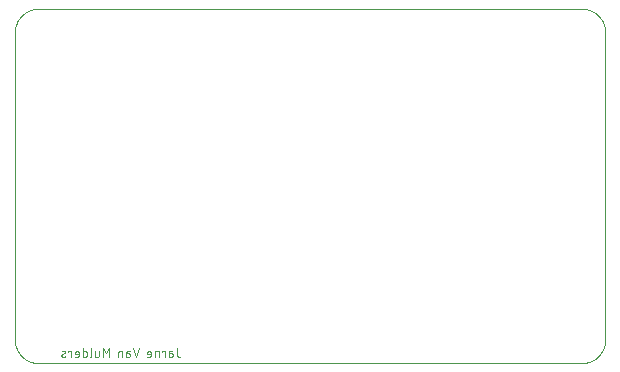
<source format=gbo>
G75*
%MOIN*%
%OFA0B0*%
%FSLAX25Y25*%
%IPPOS*%
%LPD*%
%AMOC8*
5,1,8,0,0,1.08239X$1,22.5*
%
%ADD10C,0.00000*%
%ADD11C,0.00300*%
D10*
X0024138Y0017248D02*
X0205240Y0017248D01*
X0205430Y0017250D01*
X0205620Y0017257D01*
X0205810Y0017269D01*
X0206000Y0017285D01*
X0206189Y0017305D01*
X0206378Y0017331D01*
X0206566Y0017360D01*
X0206753Y0017395D01*
X0206939Y0017434D01*
X0207124Y0017477D01*
X0207309Y0017525D01*
X0207492Y0017577D01*
X0207673Y0017633D01*
X0207853Y0017694D01*
X0208032Y0017760D01*
X0208209Y0017829D01*
X0208385Y0017903D01*
X0208558Y0017981D01*
X0208730Y0018064D01*
X0208899Y0018150D01*
X0209067Y0018240D01*
X0209232Y0018335D01*
X0209395Y0018433D01*
X0209555Y0018536D01*
X0209713Y0018642D01*
X0209868Y0018752D01*
X0210021Y0018865D01*
X0210171Y0018983D01*
X0210317Y0019104D01*
X0210461Y0019228D01*
X0210602Y0019356D01*
X0210740Y0019487D01*
X0210875Y0019622D01*
X0211006Y0019760D01*
X0211134Y0019901D01*
X0211258Y0020045D01*
X0211379Y0020191D01*
X0211497Y0020341D01*
X0211610Y0020494D01*
X0211720Y0020649D01*
X0211826Y0020807D01*
X0211929Y0020967D01*
X0212027Y0021130D01*
X0212122Y0021295D01*
X0212212Y0021463D01*
X0212298Y0021632D01*
X0212381Y0021804D01*
X0212459Y0021977D01*
X0212533Y0022153D01*
X0212602Y0022330D01*
X0212668Y0022509D01*
X0212729Y0022689D01*
X0212785Y0022870D01*
X0212837Y0023053D01*
X0212885Y0023238D01*
X0212928Y0023423D01*
X0212967Y0023609D01*
X0213002Y0023796D01*
X0213031Y0023984D01*
X0213057Y0024173D01*
X0213077Y0024362D01*
X0213093Y0024552D01*
X0213105Y0024742D01*
X0213112Y0024932D01*
X0213114Y0025122D01*
X0213114Y0127484D01*
X0213112Y0127674D01*
X0213105Y0127864D01*
X0213093Y0128054D01*
X0213077Y0128244D01*
X0213057Y0128433D01*
X0213031Y0128622D01*
X0213002Y0128810D01*
X0212967Y0128997D01*
X0212928Y0129183D01*
X0212885Y0129368D01*
X0212837Y0129553D01*
X0212785Y0129736D01*
X0212729Y0129917D01*
X0212668Y0130097D01*
X0212602Y0130276D01*
X0212533Y0130453D01*
X0212459Y0130629D01*
X0212381Y0130802D01*
X0212298Y0130974D01*
X0212212Y0131143D01*
X0212122Y0131311D01*
X0212027Y0131476D01*
X0211929Y0131639D01*
X0211826Y0131799D01*
X0211720Y0131957D01*
X0211610Y0132112D01*
X0211497Y0132265D01*
X0211379Y0132415D01*
X0211258Y0132561D01*
X0211134Y0132705D01*
X0211006Y0132846D01*
X0210875Y0132984D01*
X0210740Y0133119D01*
X0210602Y0133250D01*
X0210461Y0133378D01*
X0210317Y0133502D01*
X0210171Y0133623D01*
X0210021Y0133741D01*
X0209868Y0133854D01*
X0209713Y0133964D01*
X0209555Y0134070D01*
X0209395Y0134173D01*
X0209232Y0134271D01*
X0209067Y0134366D01*
X0208899Y0134456D01*
X0208730Y0134542D01*
X0208558Y0134625D01*
X0208385Y0134703D01*
X0208209Y0134777D01*
X0208032Y0134846D01*
X0207853Y0134912D01*
X0207673Y0134973D01*
X0207492Y0135029D01*
X0207309Y0135081D01*
X0207124Y0135129D01*
X0206939Y0135172D01*
X0206753Y0135211D01*
X0206566Y0135246D01*
X0206378Y0135275D01*
X0206189Y0135301D01*
X0206000Y0135321D01*
X0205810Y0135337D01*
X0205620Y0135349D01*
X0205430Y0135356D01*
X0205240Y0135358D01*
X0024138Y0135358D01*
X0023948Y0135356D01*
X0023758Y0135349D01*
X0023568Y0135337D01*
X0023378Y0135321D01*
X0023189Y0135301D01*
X0023000Y0135275D01*
X0022812Y0135246D01*
X0022625Y0135211D01*
X0022439Y0135172D01*
X0022254Y0135129D01*
X0022069Y0135081D01*
X0021886Y0135029D01*
X0021705Y0134973D01*
X0021525Y0134912D01*
X0021346Y0134846D01*
X0021169Y0134777D01*
X0020993Y0134703D01*
X0020820Y0134625D01*
X0020648Y0134542D01*
X0020479Y0134456D01*
X0020311Y0134366D01*
X0020146Y0134271D01*
X0019983Y0134173D01*
X0019823Y0134070D01*
X0019665Y0133964D01*
X0019510Y0133854D01*
X0019357Y0133741D01*
X0019207Y0133623D01*
X0019061Y0133502D01*
X0018917Y0133378D01*
X0018776Y0133250D01*
X0018638Y0133119D01*
X0018503Y0132984D01*
X0018372Y0132846D01*
X0018244Y0132705D01*
X0018120Y0132561D01*
X0017999Y0132415D01*
X0017881Y0132265D01*
X0017768Y0132112D01*
X0017658Y0131957D01*
X0017552Y0131799D01*
X0017449Y0131639D01*
X0017351Y0131476D01*
X0017256Y0131311D01*
X0017166Y0131143D01*
X0017080Y0130974D01*
X0016997Y0130802D01*
X0016919Y0130629D01*
X0016845Y0130453D01*
X0016776Y0130276D01*
X0016710Y0130097D01*
X0016649Y0129917D01*
X0016593Y0129736D01*
X0016541Y0129553D01*
X0016493Y0129368D01*
X0016450Y0129183D01*
X0016411Y0128997D01*
X0016376Y0128810D01*
X0016347Y0128622D01*
X0016321Y0128433D01*
X0016301Y0128244D01*
X0016285Y0128054D01*
X0016273Y0127864D01*
X0016266Y0127674D01*
X0016264Y0127484D01*
X0016264Y0025122D01*
X0016266Y0024932D01*
X0016273Y0024742D01*
X0016285Y0024552D01*
X0016301Y0024362D01*
X0016321Y0024173D01*
X0016347Y0023984D01*
X0016376Y0023796D01*
X0016411Y0023609D01*
X0016450Y0023423D01*
X0016493Y0023238D01*
X0016541Y0023053D01*
X0016593Y0022870D01*
X0016649Y0022689D01*
X0016710Y0022509D01*
X0016776Y0022330D01*
X0016845Y0022153D01*
X0016919Y0021977D01*
X0016997Y0021804D01*
X0017080Y0021632D01*
X0017166Y0021463D01*
X0017256Y0021295D01*
X0017351Y0021130D01*
X0017449Y0020967D01*
X0017552Y0020807D01*
X0017658Y0020649D01*
X0017768Y0020494D01*
X0017881Y0020341D01*
X0017999Y0020191D01*
X0018120Y0020045D01*
X0018244Y0019901D01*
X0018372Y0019760D01*
X0018503Y0019622D01*
X0018638Y0019487D01*
X0018776Y0019356D01*
X0018917Y0019228D01*
X0019061Y0019104D01*
X0019207Y0018983D01*
X0019357Y0018865D01*
X0019510Y0018752D01*
X0019665Y0018642D01*
X0019823Y0018536D01*
X0019983Y0018433D01*
X0020146Y0018335D01*
X0020311Y0018240D01*
X0020479Y0018150D01*
X0020648Y0018064D01*
X0020820Y0017981D01*
X0020993Y0017903D01*
X0021169Y0017829D01*
X0021346Y0017760D01*
X0021525Y0017694D01*
X0021705Y0017633D01*
X0021886Y0017577D01*
X0022069Y0017525D01*
X0022254Y0017477D01*
X0022439Y0017434D01*
X0022625Y0017395D01*
X0022812Y0017360D01*
X0023000Y0017331D01*
X0023189Y0017305D01*
X0023378Y0017285D01*
X0023568Y0017269D01*
X0023758Y0017257D01*
X0023948Y0017250D01*
X0024138Y0017248D01*
D11*
X0032089Y0020172D02*
X0032894Y0020494D01*
X0032931Y0020511D01*
X0032965Y0020531D01*
X0032998Y0020554D01*
X0033028Y0020580D01*
X0033056Y0020609D01*
X0033080Y0020640D01*
X0033102Y0020674D01*
X0033120Y0020710D01*
X0033135Y0020747D01*
X0033146Y0020785D01*
X0033153Y0020825D01*
X0033157Y0020865D01*
X0033156Y0020904D01*
X0033152Y0020944D01*
X0033144Y0020983D01*
X0033133Y0021022D01*
X0033118Y0021059D01*
X0033099Y0021094D01*
X0033077Y0021128D01*
X0033052Y0021159D01*
X0033024Y0021187D01*
X0032994Y0021213D01*
X0032961Y0021236D01*
X0032926Y0021256D01*
X0032890Y0021272D01*
X0032852Y0021285D01*
X0032813Y0021293D01*
X0032773Y0021299D01*
X0032733Y0021300D01*
X0033136Y0019528D02*
X0033041Y0019496D01*
X0032945Y0019467D01*
X0032847Y0019442D01*
X0032749Y0019421D01*
X0032650Y0019403D01*
X0032551Y0019388D01*
X0032451Y0019378D01*
X0032350Y0019371D01*
X0032250Y0019367D01*
X0032250Y0019366D02*
X0032210Y0019367D01*
X0032170Y0019373D01*
X0032131Y0019381D01*
X0032093Y0019394D01*
X0032057Y0019410D01*
X0032022Y0019430D01*
X0031989Y0019453D01*
X0031959Y0019479D01*
X0031931Y0019507D01*
X0031906Y0019538D01*
X0031884Y0019572D01*
X0031865Y0019607D01*
X0031850Y0019644D01*
X0031839Y0019683D01*
X0031831Y0019722D01*
X0031827Y0019762D01*
X0031826Y0019801D01*
X0031830Y0019841D01*
X0031837Y0019881D01*
X0031848Y0019919D01*
X0031863Y0019956D01*
X0031881Y0019992D01*
X0031903Y0020026D01*
X0031927Y0020057D01*
X0031955Y0020086D01*
X0031985Y0020112D01*
X0032018Y0020135D01*
X0032052Y0020155D01*
X0032089Y0020172D01*
X0032008Y0021139D02*
X0032084Y0021171D01*
X0032162Y0021200D01*
X0032241Y0021225D01*
X0032322Y0021247D01*
X0032403Y0021265D01*
X0032485Y0021279D01*
X0032567Y0021290D01*
X0032650Y0021297D01*
X0032733Y0021300D01*
X0034071Y0021300D02*
X0034071Y0020978D01*
X0034071Y0021300D02*
X0035038Y0021300D01*
X0035038Y0019367D01*
X0036359Y0019367D02*
X0037165Y0019367D01*
X0037207Y0019369D01*
X0037249Y0019374D01*
X0037290Y0019383D01*
X0037330Y0019396D01*
X0037369Y0019412D01*
X0037407Y0019432D01*
X0037442Y0019454D01*
X0037475Y0019480D01*
X0037507Y0019508D01*
X0037535Y0019540D01*
X0037561Y0019573D01*
X0037583Y0019609D01*
X0037603Y0019646D01*
X0037619Y0019685D01*
X0037632Y0019725D01*
X0037641Y0019766D01*
X0037646Y0019808D01*
X0037648Y0019850D01*
X0037648Y0020655D01*
X0037648Y0020333D02*
X0036359Y0020333D01*
X0036359Y0020655D01*
X0036360Y0020655D02*
X0036362Y0020704D01*
X0036368Y0020753D01*
X0036377Y0020802D01*
X0036390Y0020849D01*
X0036407Y0020896D01*
X0036427Y0020941D01*
X0036450Y0020984D01*
X0036477Y0021026D01*
X0036507Y0021065D01*
X0036540Y0021102D01*
X0036576Y0021136D01*
X0036614Y0021167D01*
X0036654Y0021196D01*
X0036696Y0021221D01*
X0036741Y0021243D01*
X0036786Y0021261D01*
X0036833Y0021276D01*
X0036881Y0021287D01*
X0036930Y0021295D01*
X0036979Y0021299D01*
X0037029Y0021299D01*
X0037078Y0021295D01*
X0037127Y0021287D01*
X0037175Y0021276D01*
X0037222Y0021261D01*
X0037267Y0021243D01*
X0037312Y0021221D01*
X0037354Y0021196D01*
X0037394Y0021167D01*
X0037432Y0021136D01*
X0037468Y0021102D01*
X0037501Y0021065D01*
X0037531Y0021026D01*
X0037558Y0020984D01*
X0037581Y0020941D01*
X0037601Y0020896D01*
X0037618Y0020849D01*
X0037631Y0020802D01*
X0037640Y0020753D01*
X0037646Y0020704D01*
X0037648Y0020655D01*
X0038967Y0021300D02*
X0039773Y0021300D01*
X0039815Y0021298D01*
X0039857Y0021293D01*
X0039898Y0021284D01*
X0039938Y0021271D01*
X0039977Y0021255D01*
X0040015Y0021235D01*
X0040050Y0021213D01*
X0040083Y0021187D01*
X0040115Y0021159D01*
X0040143Y0021127D01*
X0040169Y0021094D01*
X0040191Y0021059D01*
X0040211Y0021021D01*
X0040227Y0020982D01*
X0040240Y0020942D01*
X0040249Y0020901D01*
X0040254Y0020859D01*
X0040256Y0020817D01*
X0040256Y0019850D01*
X0040254Y0019808D01*
X0040249Y0019766D01*
X0040240Y0019725D01*
X0040227Y0019685D01*
X0040211Y0019646D01*
X0040191Y0019609D01*
X0040169Y0019573D01*
X0040143Y0019540D01*
X0040115Y0019508D01*
X0040083Y0019480D01*
X0040050Y0019454D01*
X0040015Y0019432D01*
X0039977Y0019412D01*
X0039938Y0019396D01*
X0039898Y0019383D01*
X0039857Y0019374D01*
X0039815Y0019369D01*
X0039773Y0019367D01*
X0038967Y0019367D01*
X0038967Y0022267D01*
X0041743Y0022267D02*
X0041743Y0019850D01*
X0041741Y0019808D01*
X0041736Y0019766D01*
X0041727Y0019725D01*
X0041714Y0019685D01*
X0041698Y0019646D01*
X0041678Y0019609D01*
X0041656Y0019573D01*
X0041630Y0019540D01*
X0041602Y0019508D01*
X0041570Y0019480D01*
X0041537Y0019454D01*
X0041502Y0019432D01*
X0041464Y0019412D01*
X0041425Y0019396D01*
X0041385Y0019383D01*
X0041344Y0019374D01*
X0041302Y0019369D01*
X0041260Y0019367D01*
X0043079Y0019367D02*
X0043079Y0021300D01*
X0044368Y0021300D02*
X0044368Y0019850D01*
X0044366Y0019808D01*
X0044361Y0019766D01*
X0044352Y0019725D01*
X0044339Y0019685D01*
X0044323Y0019646D01*
X0044303Y0019609D01*
X0044281Y0019573D01*
X0044255Y0019540D01*
X0044227Y0019508D01*
X0044195Y0019480D01*
X0044162Y0019454D01*
X0044127Y0019432D01*
X0044089Y0019412D01*
X0044050Y0019396D01*
X0044010Y0019383D01*
X0043969Y0019374D01*
X0043927Y0019369D01*
X0043885Y0019367D01*
X0043079Y0019367D01*
X0045829Y0019367D02*
X0045829Y0022267D01*
X0046796Y0020655D01*
X0047762Y0022267D01*
X0047762Y0019367D01*
X0050759Y0019367D02*
X0050759Y0020817D01*
X0050761Y0020859D01*
X0050766Y0020901D01*
X0050775Y0020942D01*
X0050788Y0020982D01*
X0050804Y0021021D01*
X0050824Y0021059D01*
X0050846Y0021094D01*
X0050872Y0021127D01*
X0050900Y0021159D01*
X0050932Y0021187D01*
X0050965Y0021213D01*
X0051001Y0021235D01*
X0051038Y0021255D01*
X0051077Y0021271D01*
X0051117Y0021284D01*
X0051158Y0021293D01*
X0051200Y0021298D01*
X0051242Y0021300D01*
X0052048Y0021300D01*
X0052048Y0019367D01*
X0053463Y0019367D02*
X0053463Y0020817D01*
X0053463Y0020494D02*
X0054188Y0020494D01*
X0053464Y0020817D02*
X0053466Y0020859D01*
X0053471Y0020901D01*
X0053480Y0020942D01*
X0053493Y0020982D01*
X0053509Y0021021D01*
X0053529Y0021059D01*
X0053551Y0021094D01*
X0053577Y0021127D01*
X0053605Y0021159D01*
X0053637Y0021187D01*
X0053670Y0021213D01*
X0053706Y0021235D01*
X0053743Y0021255D01*
X0053782Y0021271D01*
X0053822Y0021284D01*
X0053863Y0021293D01*
X0053905Y0021298D01*
X0053947Y0021300D01*
X0054591Y0021300D01*
X0054188Y0020494D02*
X0054235Y0020492D01*
X0054281Y0020486D01*
X0054326Y0020477D01*
X0054371Y0020463D01*
X0054415Y0020446D01*
X0054456Y0020426D01*
X0054496Y0020402D01*
X0054534Y0020375D01*
X0054570Y0020345D01*
X0054603Y0020312D01*
X0054633Y0020276D01*
X0054660Y0020238D01*
X0054684Y0020198D01*
X0054704Y0020157D01*
X0054721Y0020113D01*
X0054735Y0020068D01*
X0054744Y0020023D01*
X0054750Y0019977D01*
X0054752Y0019930D01*
X0054750Y0019883D01*
X0054744Y0019837D01*
X0054735Y0019792D01*
X0054721Y0019747D01*
X0054704Y0019703D01*
X0054684Y0019662D01*
X0054660Y0019622D01*
X0054633Y0019584D01*
X0054603Y0019548D01*
X0054570Y0019515D01*
X0054534Y0019485D01*
X0054496Y0019458D01*
X0054456Y0019434D01*
X0054415Y0019414D01*
X0054371Y0019397D01*
X0054326Y0019383D01*
X0054281Y0019374D01*
X0054235Y0019368D01*
X0054188Y0019366D01*
X0054188Y0019367D02*
X0053463Y0019367D01*
X0056780Y0019367D02*
X0055813Y0022267D01*
X0057746Y0022267D02*
X0056780Y0019367D01*
X0060359Y0019367D02*
X0061165Y0019367D01*
X0061207Y0019369D01*
X0061249Y0019374D01*
X0061290Y0019383D01*
X0061330Y0019396D01*
X0061369Y0019412D01*
X0061407Y0019432D01*
X0061442Y0019454D01*
X0061475Y0019480D01*
X0061507Y0019508D01*
X0061535Y0019540D01*
X0061561Y0019573D01*
X0061583Y0019609D01*
X0061603Y0019646D01*
X0061619Y0019685D01*
X0061632Y0019725D01*
X0061641Y0019766D01*
X0061646Y0019808D01*
X0061648Y0019850D01*
X0061648Y0020655D01*
X0061648Y0020333D02*
X0060359Y0020333D01*
X0060359Y0020655D01*
X0060360Y0020655D02*
X0060362Y0020704D01*
X0060368Y0020753D01*
X0060377Y0020802D01*
X0060390Y0020849D01*
X0060407Y0020896D01*
X0060427Y0020941D01*
X0060450Y0020984D01*
X0060477Y0021026D01*
X0060507Y0021065D01*
X0060540Y0021102D01*
X0060576Y0021136D01*
X0060614Y0021167D01*
X0060654Y0021196D01*
X0060696Y0021221D01*
X0060741Y0021243D01*
X0060786Y0021261D01*
X0060833Y0021276D01*
X0060881Y0021287D01*
X0060930Y0021295D01*
X0060979Y0021299D01*
X0061029Y0021299D01*
X0061078Y0021295D01*
X0061127Y0021287D01*
X0061175Y0021276D01*
X0061222Y0021261D01*
X0061267Y0021243D01*
X0061312Y0021221D01*
X0061354Y0021196D01*
X0061394Y0021167D01*
X0061432Y0021136D01*
X0061468Y0021102D01*
X0061501Y0021065D01*
X0061531Y0021026D01*
X0061558Y0020984D01*
X0061581Y0020941D01*
X0061601Y0020896D01*
X0061618Y0020849D01*
X0061631Y0020802D01*
X0061640Y0020753D01*
X0061646Y0020704D01*
X0061648Y0020655D01*
X0062951Y0020817D02*
X0062951Y0019367D01*
X0064240Y0019367D02*
X0064240Y0021300D01*
X0063434Y0021300D01*
X0063392Y0021298D01*
X0063350Y0021293D01*
X0063309Y0021284D01*
X0063269Y0021271D01*
X0063230Y0021255D01*
X0063193Y0021235D01*
X0063157Y0021213D01*
X0063124Y0021187D01*
X0063092Y0021159D01*
X0063064Y0021127D01*
X0063038Y0021094D01*
X0063016Y0021059D01*
X0062996Y0021021D01*
X0062980Y0020982D01*
X0062967Y0020942D01*
X0062958Y0020901D01*
X0062953Y0020859D01*
X0062951Y0020817D01*
X0065271Y0020978D02*
X0065271Y0021300D01*
X0066238Y0021300D01*
X0066238Y0019367D01*
X0067671Y0019367D02*
X0067671Y0020817D01*
X0067671Y0020494D02*
X0068396Y0020494D01*
X0067672Y0020817D02*
X0067674Y0020859D01*
X0067679Y0020901D01*
X0067688Y0020942D01*
X0067701Y0020982D01*
X0067717Y0021021D01*
X0067737Y0021059D01*
X0067759Y0021094D01*
X0067785Y0021127D01*
X0067813Y0021159D01*
X0067845Y0021187D01*
X0067878Y0021213D01*
X0067914Y0021235D01*
X0067951Y0021255D01*
X0067990Y0021271D01*
X0068030Y0021284D01*
X0068071Y0021293D01*
X0068113Y0021298D01*
X0068155Y0021300D01*
X0068799Y0021300D01*
X0068396Y0020494D02*
X0068443Y0020492D01*
X0068489Y0020486D01*
X0068534Y0020477D01*
X0068579Y0020463D01*
X0068623Y0020446D01*
X0068664Y0020426D01*
X0068704Y0020402D01*
X0068742Y0020375D01*
X0068778Y0020345D01*
X0068811Y0020312D01*
X0068841Y0020276D01*
X0068868Y0020238D01*
X0068892Y0020198D01*
X0068912Y0020157D01*
X0068929Y0020113D01*
X0068943Y0020068D01*
X0068952Y0020023D01*
X0068958Y0019977D01*
X0068960Y0019930D01*
X0068958Y0019883D01*
X0068952Y0019837D01*
X0068943Y0019792D01*
X0068929Y0019747D01*
X0068912Y0019703D01*
X0068892Y0019662D01*
X0068868Y0019622D01*
X0068841Y0019584D01*
X0068811Y0019548D01*
X0068778Y0019515D01*
X0068742Y0019485D01*
X0068704Y0019458D01*
X0068664Y0019434D01*
X0068623Y0019414D01*
X0068579Y0019397D01*
X0068534Y0019383D01*
X0068489Y0019374D01*
X0068443Y0019368D01*
X0068396Y0019366D01*
X0068396Y0019367D02*
X0067671Y0019367D01*
X0070265Y0020011D02*
X0070265Y0022267D01*
X0070266Y0020011D02*
X0070268Y0019963D01*
X0070273Y0019915D01*
X0070282Y0019868D01*
X0070295Y0019821D01*
X0070311Y0019776D01*
X0070330Y0019732D01*
X0070352Y0019689D01*
X0070378Y0019648D01*
X0070407Y0019609D01*
X0070438Y0019573D01*
X0070472Y0019539D01*
X0070508Y0019508D01*
X0070547Y0019479D01*
X0070588Y0019453D01*
X0070631Y0019431D01*
X0070675Y0019412D01*
X0070720Y0019396D01*
X0070767Y0019383D01*
X0070814Y0019374D01*
X0070862Y0019369D01*
X0070910Y0019367D01*
X0071232Y0019367D01*
M02*

</source>
